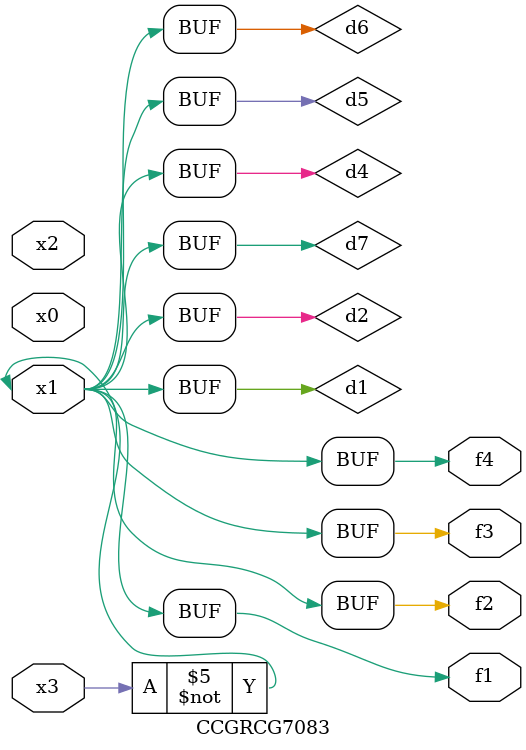
<source format=v>
module CCGRCG7083(
	input x0, x1, x2, x3,
	output f1, f2, f3, f4
);

	wire d1, d2, d3, d4, d5, d6, d7;

	not (d1, x3);
	buf (d2, x1);
	xnor (d3, d1, d2);
	nor (d4, d1);
	buf (d5, d1, d2);
	buf (d6, d4, d5);
	nand (d7, d4);
	assign f1 = d6;
	assign f2 = d7;
	assign f3 = d6;
	assign f4 = d6;
endmodule

</source>
